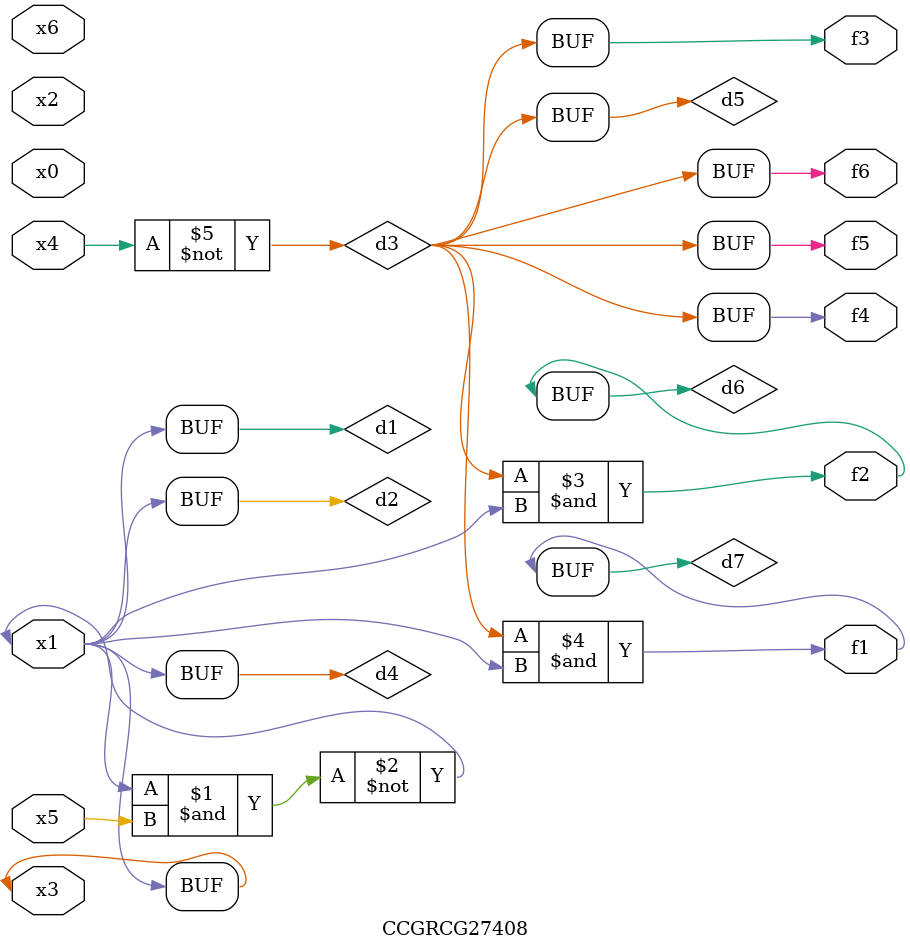
<source format=v>
module CCGRCG27408(
	input x0, x1, x2, x3, x4, x5, x6,
	output f1, f2, f3, f4, f5, f6
);

	wire d1, d2, d3, d4, d5, d6, d7;

	buf (d1, x1, x3);
	nand (d2, x1, x5);
	not (d3, x4);
	buf (d4, d1, d2);
	buf (d5, d3);
	and (d6, d3, d4);
	and (d7, d3, d4);
	assign f1 = d7;
	assign f2 = d6;
	assign f3 = d5;
	assign f4 = d5;
	assign f5 = d5;
	assign f6 = d5;
endmodule

</source>
